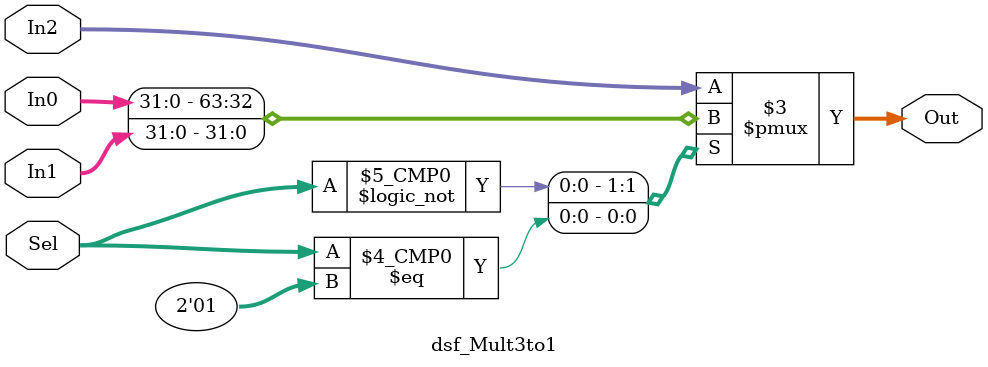
<source format=v>
module dsf_Mult3to1 #(parameter WIDTH = 32)(In0, In1, In2, Sel, Out);
input [WIDTH-1:0] In0, In1, In2;
input [1:0] Sel;
output reg [WIDTH-1:0] Out;
always @(In0, In1, In2, Sel)
case (Sel)
	0: Out <= In0;
	1: Out <= In1;
	default: Out <= In2;
  endcase
endmodule
</source>
